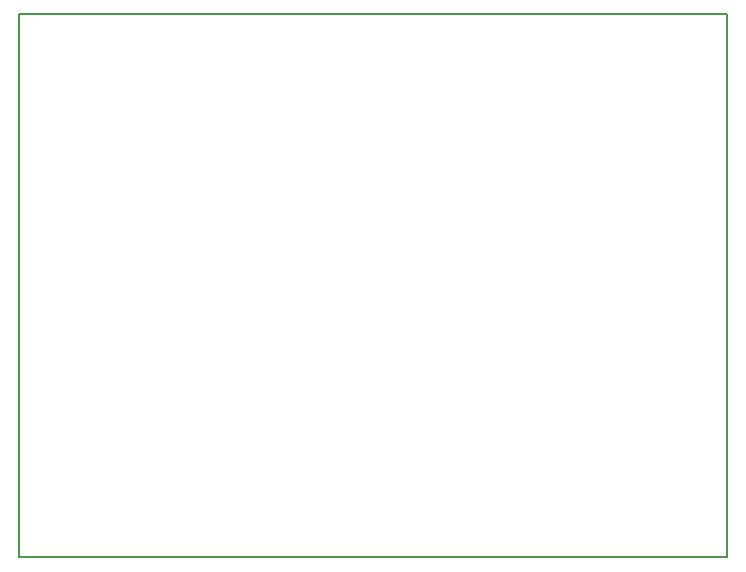
<source format=gm1>
G04 #@! TF.FileFunction,Profile,NP*
%FSLAX46Y46*%
G04 Gerber Fmt 4.6, Leading zero omitted, Abs format (unit mm)*
G04 Created by KiCad (PCBNEW 4.0.1-stable) date 5/8/2017 10:12:07 PM*
%MOMM*%
G01*
G04 APERTURE LIST*
%ADD10C,0.100000*%
%ADD11C,0.150000*%
G04 APERTURE END LIST*
D10*
D11*
X30000000Y25000000D02*
X-30000000Y25000000D01*
X-30000000Y25000000D02*
X-30000000Y-21000000D01*
X30000000Y-21000000D02*
X30000000Y25000000D01*
X-30000000Y-21000000D02*
X30000000Y-21000000D01*
M02*

</source>
